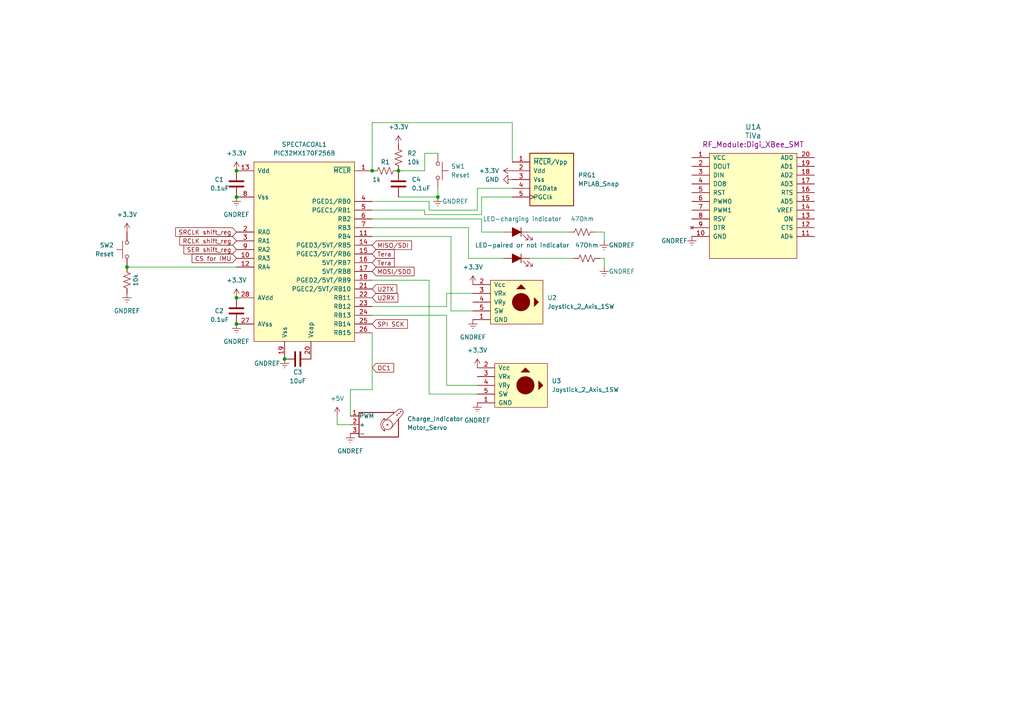
<source format=kicad_sch>
(kicad_sch (version 20230121) (generator eeschema)
  (paper "A4")
  (lib_symbols
    (symbol "ME218_BaseLib:Cap" (pin_numbers hide) (pin_names (offset 0.254))
      (property "Reference" "C" (at 0.635 2.54 0))
      (property "Value" "Cap" (at 0.635 -2.54 0))
      (symbol "Cap_0_1"
        (polyline (pts (xy -2.032 -0.762) (xy 2.032 -0.762)) (stroke (width 0.508)))
        (polyline (pts (xy -2.032 0.762) (xy 2.032 0.762)) (stroke (width 0.508)))
      )
      (symbol "Cap_1_1"
        (pin passive line (at 0 3.81 270) (length 2.794) (name "~") (number "1"))
        (pin passive line (at 0 -3.81 90) (length 2.794) (name "~") (number "2"))
      )
    )
    (symbol "ME218_BaseLib:Joystick_2_Axis_1SW" (pin_names (offset 1.016))
      (property "Reference" "U" (at -7.62 6.35 0))
      (property "Value" "Joystick_2_Axis_1SW" (at -1.27 -8.89 0))
      (symbol "Joystick_2_Axis_1SW_0_1"
        (rectangle (start -8.89 5.08) (end 6.35 -7.62) (fill (type background)))
        (circle (center 0 -1.27) (radius 2.54) (fill (type outline)))
        (polyline (pts (xy 0 2.54) (xy -1.27 2.54) (xy 0 3.81) (xy 1.27 2.54) (xy 0 2.54)) (fill (type outline)))
        (polyline (pts (xy 3.81 -1.27) (xy 3.81 0) (xy 5.08 -1.27) (xy 3.81 -2.54) (xy 3.81 -1.27)) (fill (type outline)))
      )
      (symbol "Joystick_2_Axis_1SW_1_1"
        (pin power_in line (at -13.97 -6.35 0) (length 5.08) (name "GND") (number "1"))
        (pin power_in line (at -13.97 3.81 0) (length 5.08) (name "Vcc") (number "2"))
        (pin input line (at -13.97 1.27 0) (length 5.08) (name "VRx") (number "3"))
        (pin input line (at -13.97 -1.27 0) (length 5.08) (name "VRy") (number "4"))
        (pin input line (at -13.97 -3.81 0) (length 5.08) (name "SW") (number "5"))
      )
    )
    (symbol "ME218_BaseLib:LED" (pin_numbers hide) (pin_names (offset 1.016) hide)
      (property "Reference" "D" (at 0 2.54 0))
      (property "Value" "LED" (at 0 -2.54 0))
      (symbol "LED_0_1"
        (polyline (pts (xy -1.27 -1.27) (xy -1.27 1.27)) (stroke (width 0.2032)))
        (polyline (pts (xy -1.27 0) (xy 1.27 0)))
        (polyline (pts (xy 1.27 -1.27) (xy 1.27 1.27) (xy -1.27 0) (xy 1.27 -1.27)) (stroke (width 0.2032)) (fill (type outline)))
        (polyline (pts (xy -3.048 -0.762) (xy -4.572 -2.286) (xy -3.81 -2.286) (xy -4.572 -2.286) (xy -4.572 -1.524)))
        (polyline (pts (xy -1.778 -0.762) (xy -3.302 -2.286) (xy -2.54 -2.286) (xy -3.302 -2.286) (xy -3.302 -1.524)))
      )
      (symbol "LED_1_1"
        (pin passive line (at -3.81 0 0) (length 2.54) (name "K") (number "1"))
        (pin passive line (at 3.81 0 180) (length 2.54) (name "A") (number "2"))
      )
    )
    (symbol "ME218_BaseLib:MPLAB_Snap" (pin_names (offset 1.016))
      (property "Reference" "PRG" (at 0 8.89 0))
      (property "Value" "MPLAB_Snap" (at 8.89 1.27 90))
      (symbol "MPLAB_Snap_0_1"
        (rectangle (start -6.35 7.62) (end 6.35 -7.62) (stroke (width 0.254)) (fill (type background)))
      )
      (symbol "MPLAB_Snap_1_1"
        (pin output line (at -11.43 5.08 0) (length 5.08) (name "~{MCLR}/Vpp") (number "1"))
        (pin input line (at -11.43 2.54 0) (length 5.08) (name "Vdd") (number "2"))
        (pin input line (at -11.43 0 0) (length 5.08) (name "Vss") (number "3"))
        (pin bidirectional line (at -11.43 -2.54 0) (length 5.08) (name "PGData") (number "4"))
        (pin output clock (at -11.43 -5.08 0) (length 5.08) (name "PGClk") (number "5"))
        (pin no_connect line (at -2.54 -11.43 0) (length 5.08) hide (name "NC") (number "6"))
        (pin no_connect line (at -2.54 -13.97 0) (length 5.08) hide (name "NC") (number "7"))
        (pin no_connect line (at -2.54 -16.51 0) (length 5.08) hide (name "NC") (number "8"))
      )
    )
    (symbol "ME218_BaseLib:Motor_Servo" (pin_names (offset 0.0254))
      (property "Reference" "M" (at -5.08 4.445 0))
      (property "Value" "Motor_Servo" (at -5.08 -4.064 0))
      (symbol "Motor_Servo_0_1"
        (polyline (pts (xy 2.413 -1.778) (xy 2.032 -1.778)))
        (polyline (pts (xy 2.413 -1.778) (xy 2.286 -1.397)))
        (polyline (pts (xy 2.413 1.778) (xy 1.905 1.778)))
        (polyline (pts (xy 2.413 1.778) (xy 2.286 1.397)))
        (polyline (pts (xy 6.35 4.445) (xy 2.54 1.27)))
        (polyline (pts (xy 7.62 3.175) (xy 4.191 -1.016)))
        (polyline (pts (xy 5.08 3.556) (xy -5.08 3.556) (xy -5.08 -3.556) (xy 6.35 -3.556) (xy 6.35 1.524)) (stroke (width 0.254)))
        (arc (start 2.413 1.778) (mid 1.2406 0) (end 2.413 -1.778))
        (circle (center 3.175 0) (radius 0.1778))
        (circle (center 3.175 0) (radius 1.4224))
        (circle (center 5.969 2.794) (radius 0.127))
        (circle (center 6.477 3.302) (radius 0.127))
        (circle (center 6.985 3.81) (radius 0.127))
        (arc (start 7.62 3.175) (mid 7.4485 4.2735) (end 6.35 4.445))
      )
      (symbol "Motor_Servo_1_1"
        (pin passive line (at -7.62 2.54 0) (length 2.54) (name "PWM") (number "1"))
        (pin passive line (at -7.62 0 0) (length 2.54) (name "+") (number "2"))
        (pin passive line (at -7.62 -2.54 0) (length 2.54) (name "-") (number "3"))
      )
    )
    (symbol "ME218_BaseLib:PIC32MX170F256B" (pin_names (offset 1.016))
      (property "Reference" "U" (at -20.32 25.4 0))
      (property "Value" "PIC32MX170F256B" (at -7.62 25.4 0))
      (symbol "PIC32MX170F256B_0_1"
        (rectangle (start -21.59 24.13) (end 7.62 -27.94) (fill (type background)))
      )
      (symbol "PIC32MX170F256B_1_1"
        (pin input line (at 12.7 21.59 180) (length 5.08) (name "~{MCLR}") (number "1"))
        (pin bidirectional line (at -26.67 -3.81 0) (length 5.08) (name "RA3") (number "10"))
        (pin bidirectional line (at 12.7 2.54 180) (length 5.08) (name "RB4") (number "11"))
        (pin bidirectional line (at -26.67 -6.35 0) (length 5.08) (name "RA4") (number "12"))
        (pin power_in line (at -26.67 21.59 0) (length 5.08) (name "Vdd") (number "13"))
        (pin bidirectional line (at 12.7 0 180) (length 5.08) (name "PGED3/5VT/RB5") (number "14"))
        (pin bidirectional line (at 12.7 -2.54 180) (length 5.08) (name "PGEC3/5VT/RB6") (number "15"))
        (pin bidirectional line (at 12.7 -5.08 180) (length 5.08) (name "5VT/RB7") (number "16"))
        (pin bidirectional line (at 12.7 -7.62 180) (length 5.08) (name "5VT/RB8") (number "17"))
        (pin bidirectional line (at 12.7 -10.16 180) (length 5.08) (name "PGED2/5VT/RB9") (number "18"))
        (pin power_in line (at -12.7 -33.02 90) (length 5.08) (name "Vss") (number "19"))
        (pin bidirectional line (at -26.67 3.81 0) (length 5.08) (name "RA0") (number "2"))
        (pin input line (at -5.08 -33.02 90) (length 5.08) (name "Vcap") (number "20"))
        (pin bidirectional line (at 12.7 -12.7 180) (length 5.08) (name "PGEC2/5VT/RB10") (number "21"))
        (pin bidirectional line (at 12.7 -15.24 180) (length 5.08) (name "RB11") (number "22"))
        (pin bidirectional line (at 12.7 -17.78 180) (length 5.08) (name "RB12") (number "23"))
        (pin bidirectional line (at 12.7 -20.32 180) (length 5.08) (name "RB13") (number "24"))
        (pin bidirectional line (at 12.7 -22.86 180) (length 5.08) (name "RB14") (number "25"))
        (pin bidirectional line (at 12.7 -25.4 180) (length 5.08) (name "RB15") (number "26"))
        (pin power_in line (at -26.67 -22.86 0) (length 5.08) (name "AVss") (number "27"))
        (pin power_in line (at -26.67 -15.24 0) (length 5.08) (name "AVdd") (number "28"))
        (pin bidirectional line (at -26.67 1.27 0) (length 5.08) (name "RA1") (number "3"))
        (pin bidirectional line (at 12.7 12.7 180) (length 5.08) (name "PGED1/RB0") (number "4"))
        (pin bidirectional line (at 12.7 10.16 180) (length 5.08) (name "PGEC1/RB1") (number "5"))
        (pin bidirectional line (at 12.7 7.62 180) (length 5.08) (name "RB2") (number "6"))
        (pin bidirectional line (at 12.7 5.08 180) (length 5.08) (name "RB3") (number "7"))
        (pin power_in line (at -26.67 13.97 0) (length 5.08) (name "Vss") (number "8"))
        (pin bidirectional line (at -26.67 -1.27 0) (length 5.08) (name "RA2") (number "9"))
      )
    )
    (symbol "ME218_BaseLib:Res1" (pin_numbers hide) (pin_names (offset 0))
      (property "Reference" "R" (at 2.54 0 90))
      (property "Value" "Res1" (at -2.54 0 90))
      (symbol "Res1_0_1"
        (polyline (pts (xy 0 -2.286) (xy 0 -2.54)))
        (polyline (pts (xy 0 2.286) (xy 0 2.54)))
        (polyline (pts (xy 0 -0.762) (xy 1.016 -1.143) (xy 0 -1.524) (xy -1.016 -1.905) (xy 0 -2.286)))
        (polyline (pts (xy 0 0.762) (xy 1.016 0.381) (xy 0 0) (xy -1.016 -0.381) (xy 0 -0.762)))
        (polyline (pts (xy 0 2.286) (xy 1.016 1.905) (xy 0 1.524) (xy -1.016 1.143) (xy 0 0.762)))
      )
      (symbol "Res1_1_1"
        (pin passive line (at 0 3.81 270) (length 1.27) (name "~") (number "1"))
        (pin passive line (at 0 -3.81 90) (length 1.27) (name "~") (number "2"))
      )
    )
    (symbol "ME218_BaseLib:SW-PB" (pin_numbers hide) (pin_names (offset 1.016) hide)
      (property "Reference" "SW" (at 1.27 2.54 0))
      (property "Value" "SW-PB" (at 0 -1.524 0))
      (symbol "SW-PB_0_1"
        (circle (center -2.032 0) (radius 0.508))
        (polyline (pts (xy 0 1.27) (xy 0 3.048)))
        (polyline (pts (xy 2.54 1.27) (xy -2.54 1.27)))
        (circle (center 2.032 0) (radius 0.508))
        (pin passive line (at -5.08 0 0) (length 2.54) (name "1") (number "1"))
        (pin passive line (at 5.08 0 180) (length 2.54) (name "2") (number "2"))
      )
    )
    (symbol "TiVa_1" (pin_names (offset 1.016))
      (property "Reference" "U3" (at 0 24.13 0))
      (property "Value" "TiVa" (at 0 21.59 0))
      (property "Footprint" "RF_Module:Digi_XBee_SMT" (at 0 19.05 0))
      (symbol "TiVa_1_0_1"
        (rectangle (start -12.7 16.51) (end 12.7 -13.97) (fill (type background)))
      )
      (symbol "TiVa_1_1_1"
        (pin tri_state line (at -17.78 15.24 0) (length 5.08) (name "VCC") (number "1"))
        (pin power_out line (at -17.78 -7.62 0) (length 5.08) (name "GND") (number "10"))
        (pin tri_state line (at 17.78 -7.62 180) (length 5.08) (name "AD4") (number "11"))
        (pin tri_state line (at 17.78 -5.08 180) (length 5.08) (name "CTS") (number "12"))
        (pin tri_state line (at 17.78 -2.54 180) (length 5.08) (name "ON") (number "13"))
        (pin tri_state line (at 17.78 0 180) (length 5.08) (name "VREF") (number "14"))
        (pin tri_state line (at 17.78 2.54 180) (length 5.08) (name "AD5") (number "15"))
        (pin tri_state line (at 17.78 5.08 180) (length 5.08) (name "RTS") (number "16"))
        (pin tri_state line (at 17.78 7.62 180) (length 5.08) (name "AD3") (number "17"))
        (pin tri_state line (at 17.78 10.16 180) (length 5.08) (name "AD2") (number "18"))
        (pin tri_state line (at 17.78 12.7 180) (length 5.08) (name "AD1") (number "19"))
        (pin tri_state line (at -17.78 12.7 0) (length 5.08) (name "DOUT") (number "2"))
        (pin tri_state line (at 17.78 15.24 180) (length 5.08) (name "AD0") (number "20"))
        (pin tri_state line (at -17.78 10.16 0) (length 5.08) (name "DIN") (number "3"))
        (pin tri_state line (at -17.78 7.62 0) (length 5.08) (name "DO8") (number "4"))
        (pin tri_state line (at -17.78 5.08 0) (length 5.08) (name "RST") (number "5"))
        (pin tri_state line (at -17.78 2.54 0) (length 5.08) (name "PWM0") (number "6"))
        (pin tri_state line (at -17.78 0 0) (length 5.08) (name "PWM1") (number "7"))
        (pin tri_state line (at -17.78 -2.54 0) (length 5.08) (name "RSV") (number "8"))
        (pin no_connect line (at -17.78 -5.08 0) (length 5.08) (name "DTR") (number "9"))
      )
      (symbol "TiVa_1_2_1"
        (pin no_connect line (at -17.78 15.24 0) (length 5.08) (name "NC") (number "1"))
        (pin power_out line (at -17.78 -7.62 0) (length 5.08) (name "PF3") (number "10"))
        (pin tri_state line (at -17.78 -10.16 0) (length 5.08) (name "PF2") (number "11"))
        (pin no_connect line (at -17.78 -12.7 0) (length 5.08) (name "NC") (number "12"))
        (pin no_connect line (at 17.78 -12.7 180) (length 5.08) (name "NC") (number "13"))
        (pin tri_state line (at 17.78 -10.16 180) (length 5.08) (name "PF1") (number "14"))
        (pin tri_state line (at 17.78 -7.62 180) (length 5.08) (name "PF0") (number "15"))
        (pin tri_state line (at 17.78 -5.08 180) (length 5.08) (name "PD7") (number "16"))
        (pin tri_state line (at 17.78 -2.54 180) (length 5.08) (name "PD6") (number "17"))
        (pin no_connect line (at 17.78 0 180) (length 5.08) (name "NC") (number "18"))
        (pin no_connect line (at 17.78 2.54 180) (length 5.08) (name "NC") (number "19"))
        (pin power_in line (at -17.78 12.7 0) (length 5.08) (name "GND") (number "2"))
        (pin no_connect line (at 17.78 15.24 180) (length 5.08) (name "NC") (number "20"))
        (pin tri_state line (at 17.78 5.08 180) (length 5.08) (name "PD3") (number "20"))
        (pin tri_state line (at 17.78 7.62 180) (length 5.08) (name "PD2") (number "21"))
        (pin tri_state line (at 17.78 10.16 180) (length 5.08) (name "PD1") (number "22"))
        (pin tri_state line (at 17.78 12.7 180) (length 5.08) (name "PD0") (number "23"))
        (pin tri_state line (at -17.78 10.16 0) (length 5.08) (name "PE0") (number "3"))
        (pin tri_state line (at -17.78 7.62 0) (length 5.08) (name "PE1") (number "4"))
        (pin tri_state line (at -17.78 5.08 0) (length 5.08) (name "PE2") (number "5"))
        (pin tri_state line (at -17.78 2.54 0) (length 5.08) (name "PE3") (number "6"))
        (pin tri_state line (at -17.78 0 0) (length 5.08) (name "PE4") (number "7"))
        (pin tri_state line (at -17.78 -2.54 0) (length 5.08) (name "PE5") (number "8"))
        (pin tri_state line (at -17.78 -5.08 0) (length 5.08) (name "PF4") (number "9"))
      )
    )
    (symbol "power:+3.3V" (power) (pin_names (offset 0))
      (property "Value" "+3.3V" (at 0 3.556 0))
      (symbol "+3.3V_0_1"
        (polyline (pts (xy -0.762 1.27) (xy 0 2.54)))
        (polyline (pts (xy 0 0) (xy 0 2.54)))
        (polyline (pts (xy 0 2.54) (xy 0.762 1.27)))
      )
      (symbol "+3.3V_1_1"
        (pin power_in line (at 0 0 90) (length 0) hide (name "+3.3V") (number "1"))
      )
    )
    (symbol "power:+5V" (power) (pin_names (offset 0))
      (property "Value" "+5V" (at 0 3.556 0))
      (symbol "+5V_0_1"
        (polyline (pts (xy -0.762 1.27) (xy 0 2.54)))
        (polyline (pts (xy 0 0) (xy 0 2.54)))
        (polyline (pts (xy 0 2.54) (xy 0.762 1.27)))
      )
      (symbol "+5V_1_1"
        (pin power_in line (at 0 0 90) (length 0) hide (name "+5V") (number "1"))
      )
    )
    (symbol "power:GND" (power) (pin_names (offset 0))
      (property "Value" "GND" (at 0 -3.81 0))
      (symbol "GND_0_1"
        (polyline (pts (xy 0 0) (xy 0 -1.27) (xy 1.27 -1.27) (xy 0 -2.54) (xy -1.27 -1.27) (xy 0 -1.27)))
      )
      (symbol "GND_1_1"
        (pin power_in line (at 0 0 270) (length 0) hide (name "GND") (number "1"))
      )
    )
    (symbol "power:GNDREF" (power) (pin_names (offset 0))
      (property "Value" "GNDREF" (at 0 -3.81 0))
      (symbol "GNDREF_0_1"
        (polyline (pts (xy -0.635 -1.905) (xy 0.635 -1.905)))
        (polyline (pts (xy -0.127 -2.54) (xy 0.127 -2.54)))
        (polyline (pts (xy 0 -1.27) (xy 0 0)))
        (polyline (pts (xy 1.27 -1.27) (xy -1.27 -1.27)))
      )
      (symbol "GNDREF_1_1"
        (pin power_in line (at 0 0 270) (length 0) hide (name "GNDREF") (number "1"))
      )
    )
  )
  (junction (at 68.58 86.36))
  (junction (at 107.95 49.53))
  (junction (at 68.58 93.98))
  (junction (at 68.58 57.15))
  (junction (at 82.55 104.14))
  (junction (at 36.83 77.47))
  (junction (at 68.58 49.53))
  (junction (at 127 57.15))
  (junction (at 115.57 49.53))
  (wire (pts (xy 129.54 91.44) (xy 129.54 111.76)))
  (wire (pts (xy 139.7 62.23) (xy 139.7 57.15)))
  (wire (pts (xy 138.43 114.3) (xy 124.46 114.3)))
  (wire (pts (xy 101.6 113.03) (xy 101.6 120.65)))
  (wire (pts (xy 115.57 49.53) (xy 123.19 49.53)))
  (wire (pts (xy 107.95 88.9) (xy 129.54 88.9)))
  (wire (pts (xy 124.46 58.42) (xy 124.46 60.96)))
  (wire (pts (xy 124.46 81.28) (xy 107.95 81.28)))
  (wire (pts (xy 36.83 77.47) (xy 68.58 77.47)))
  (wire (pts (xy 166.37 74.93) (xy 153.67 74.93)))
  (wire (pts (xy 107.95 35.56) (xy 148.59 35.56)))
  (wire (pts (xy 139.7 67.31) (xy 139.7 63.5)))
  (wire (pts (xy 135.89 74.93) (xy 146.05 74.93)))
  (wire (pts (xy 146.05 67.31) (xy 139.7 67.31)))
  (wire (pts (xy 135.89 66.04) (xy 135.89 74.93)))
  (wire (pts (xy 130.81 68.58) (xy 107.95 68.58)))
  (wire (pts (xy 107.95 60.96) (xy 123.19 60.96)))
  (wire (pts (xy 129.54 85.09) (xy 137.16 85.09)))
  (wire (pts (xy 124.46 114.3) (xy 124.46 81.28)))
  (wire (pts (xy 124.46 60.96) (xy 138.43 60.96)))
  (wire (pts (xy 138.43 60.96) (xy 138.43 54.61)))
  (wire (pts (xy 175.26 67.31) (xy 172.72 67.31)))
  (wire (pts (xy 107.95 91.44) (xy 129.54 91.44)))
  (wire (pts (xy 137.16 90.17) (xy 130.81 90.17)))
  (wire (pts (xy 127 54.61) (xy 127 57.15)))
  (wire (pts (xy 175.26 74.93) (xy 173.99 74.93)))
  (wire (pts (xy 123.19 60.96) (xy 123.19 62.23)))
  (wire (pts (xy 139.7 63.5) (xy 107.95 63.5)))
  (wire (pts (xy 123.19 44.45) (xy 127 44.45)))
  (wire (pts (xy 130.81 90.17) (xy 130.81 68.58)))
  (wire (pts (xy 107.95 66.04) (xy 135.89 66.04)))
  (wire (pts (xy 139.7 57.15) (xy 148.59 57.15)))
  (wire (pts (xy 115.57 57.15) (xy 127 57.15)))
  (wire (pts (xy 107.95 113.03) (xy 101.6 113.03)))
  (wire (pts (xy 97.79 123.19) (xy 101.6 123.19)))
  (wire (pts (xy 107.95 96.52) (xy 107.95 113.03)))
  (wire (pts (xy 123.19 49.53) (xy 123.19 44.45)))
  (wire (pts (xy 107.95 49.53) (xy 107.95 35.56)))
  (wire (pts (xy 148.59 35.56) (xy 148.59 46.99)))
  (wire (pts (xy 175.26 67.31) (xy 175.26 69.85)))
  (wire (pts (xy 123.19 62.23) (xy 139.7 62.23)))
  (wire (pts (xy 107.95 58.42) (xy 124.46 58.42)))
  (wire (pts (xy 97.79 120.65) (xy 97.79 123.19)))
  (wire (pts (xy 129.54 111.76) (xy 138.43 111.76)))
  (wire (pts (xy 138.43 54.61) (xy 148.59 54.61)))
  (wire (pts (xy 165.1 67.31) (xy 153.67 67.31)))
  (wire (pts (xy 175.26 74.93) (xy 175.26 77.47)))
  (wire (pts (xy 129.54 88.9) (xy 129.54 85.09)))
  (global_label "OC1" (shape input) (at 107.95 106.68 0) (property "Intersheetrefs" "${INTERSHEET_REFS}" (effects hide)))
  (global_label "CS for IMU" (shape input) (at 68.58 74.93 180) (property "Intersheetrefs" "${INTERSHEET_REFS}" (effects hide)))
  (global_label "SER shift_reg" (shape input) (at 68.58 72.39 180) (property "Intersheetrefs" "${INTERSHEET_REFS}" (effects hide)))
  (global_label "Tera" (shape input) (at 107.95 76.2 0) (property "Intersheetrefs" "${INTERSHEET_REFS}" (effects hide)))
  (global_label "SPI SCK" (shape input) (at 107.95 93.98 0) (property "Intersheetrefs" "${INTERSHEET_REFS}" (effects hide)))
  (global_label "SRCLK shift_reg" (shape input) (at 68.58 67.31 180) (property "Intersheetrefs" "${INTERSHEET_REFS}" (effects hide)))
  (global_label "RCLK shift_reg" (shape input) (at 68.58 69.85 180) (property "Intersheetrefs" "${INTERSHEET_REFS}" (effects hide)))
  (global_label "U2TX" (shape input) (at 107.95 83.82 0) (property "Intersheetrefs" "${INTERSHEET_REFS}" (effects hide)))
  (global_label "U2RX" (shape input) (at 107.95 86.36 0) (property "Intersheetrefs" "${INTERSHEET_REFS}" (effects hide)))
  (global_label "Tera" (shape input) (at 107.95 73.66 0) (property "Intersheetrefs" "${INTERSHEET_REFS}" (effects hide)))
  (global_label "MISO{slash}SDI" (shape input) (at 107.95 71.12 0) (property "Intersheetrefs" "${INTERSHEET_REFS}" (effects hide)))
  (global_label "MOSI{slash}SDO" (shape input) (at 107.95 78.74 0) (property "Intersheetrefs" "${INTERSHEET_REFS}" (effects hide)))
  (symbol (lib_id "power:+5V") (at 97.79 120.65 0) (unit 1)
    (property "Reference" "#PWR015" (effects hide))
    (property "Value" "+5V" (at 97.79 115.57 0))
  )
  (symbol (lib_id "ME218_BaseLib:PIC32MX170F256B") (at 95.25 71.12 0) (unit 1)
    (property "Reference" "SPECTACOAL1" (at 88.265 41.91 0))
    (property "Value" "PIC32MX170F256B" (at 88.265 44.45 0))
  )
  (symbol (lib_id "ME218_BaseLib:LED") (at 149.86 67.31 0) (mirror y) (unit 1)
    (property "Reference" "D1" (effects hide))
    (property "Value" "LED-charging indicator" (at 151.4602 63.5 0))
  )
  (symbol (lib_id "power:+3.3V") (at 138.43 106.68 0) (unit 1)
    (property "Reference" "#PWR013" (effects hide))
    (property "Value" "+3.3V" (at 138.43 101.6 0))
  )
  (symbol (lib_id "power:+3.3V") (at 68.58 86.36 0) (unit 1)
    (property "Reference" "#PWR03" (effects hide))
    (property "Value" "+3.3V" (at 68.58 81.28 0))
  )
  (symbol (lib_id "ME218_BaseLib:Joystick_2_Axis_1SW") (at 152.4 110.49 0) (unit 1)
    (property "Reference" "U3" (at 160.02 110.49 0) (effects (justify left)))
    (property "Value" "Joystick_2_Axis_1SW" (at 160.02 113.03 0) (effects (justify left)))
  )
  (symbol (lib_name "TiVa_1") (lib_id "ME218_BaseLib:TiVa") (at 218.44 60.96 0) (unit 1)
    (property "Reference" "U1" (at 218.44 36.83 0) (effects (font (size 1.524 1.524))))
    (property "Value" "TiVa" (at 218.44 39.37 0) (effects (font (size 1.524 1.524))))
    (property "Footprint" "RF_Module:Digi_XBee_SMT" (at 218.44 41.91 0) (effects (font (size 1.524 1.524))))
  )
  (symbol (lib_id "ME218_BaseLib:Res1") (at 36.83 81.28 180) (unit 1)
    (property "Reference" "R3" (effects hide))
    (property "Value" "10k" (at 39.37 81.28 90))
  )
  (symbol (lib_id "ME218_BaseLib:Motor_Servo") (at 109.22 123.19 0) (unit 1)
    (property "Reference" "Charge_Indicator" (at 118.11 121.4866 0) (effects (justify left)))
    (property "Value" "Motor_Servo" (at 118.11 124.0266 0) (effects (justify left)))
  )
  (symbol (lib_id "power:GND") (at 148.59 52.07 270) (unit 1)
    (property "Reference" "#PWR09" (effects hide))
    (property "Value" "GND" (at 144.78 52.07 90) (effects (justify right)))
  )
  (symbol (lib_id "ME218_BaseLib:Res1") (at 115.57 45.72 0) (unit 1)
    (property "Reference" "R2" (at 118.11 44.45 0) (effects (justify left)))
    (property "Value" "10k" (at 118.11 46.99 0) (effects (justify left)))
  )
  (symbol (lib_id "power:GNDREF") (at 82.55 104.14 0) (unit 1)
    (property "Reference" "#PWR05" (effects hide))
    (property "Value" "GNDREF" (at 77.47 105.41 0))
  )
  (symbol (lib_id "ME218_BaseLib:Res1") (at 168.91 67.31 90) (unit 1)
    (property "Reference" "R4" (effects hide))
    (property "Value" "47Ohm" (at 168.91 63.5 90))
  )
  (symbol (lib_id "ME218_BaseLib:Cap") (at 86.36 104.14 90) (unit 1)
    (property "Reference" "C3" (at 86.36 107.95 90))
    (property "Value" "10uF" (at 86.36 110.49 90))
  )
  (symbol (lib_id "power:GNDREF") (at 127 57.15 0) (unit 1)
    (property "Reference" "#PWR07" (effects hide))
    (property "Value" "GNDREF" (at 132.08 58.42 0))
  )
  (symbol (lib_id "power:GNDREF") (at 36.83 85.09 0) (unit 1)
    (property "Reference" "#PWR018" (effects hide))
    (property "Value" "GNDREF" (at 36.83 90.17 0))
  )
  (symbol (lib_id "ME218_BaseLib:Cap") (at 68.58 53.34 0) (unit 1)
    (property "Reference" "C1" (at 62.23 52.07 0) (effects (justify left)))
    (property "Value" "0.1uF" (at 60.96 54.61 0) (effects (justify left)))
  )
  (symbol (lib_id "power:+3.3V") (at 68.58 49.53 0) (unit 1)
    (property "Reference" "#PWR01" (effects hide))
    (property "Value" "+3.3V" (at 68.58 44.45 0))
  )
  (symbol (lib_id "power:GNDREF") (at 175.26 69.85 0) (unit 1)
    (property "Reference" "#PWR020" (effects hide))
    (property "Value" "GNDREF" (at 180.34 71.12 0))
  )
  (symbol (lib_id "power:GNDREF") (at 138.43 116.84 0) (unit 1)
    (property "Reference" "#PWR014" (effects hide))
    (property "Value" "GNDREF" (at 138.43 121.92 0))
  )
  (symbol (lib_id "ME218_BaseLib:SW-PB") (at 127 49.53 270) (unit 1)
    (property "Reference" "SW1" (at 130.81 48.26 90) (effects (justify left)))
    (property "Value" "Reset" (at 130.81 50.8 90) (effects (justify left)))
  )
  (symbol (lib_id "power:+3.3V") (at 115.57 41.91 0) (unit 1)
    (property "Reference" "#PWR06" (effects hide))
    (property "Value" "+3.3V" (at 115.57 36.83 0))
  )
  (symbol (lib_id "power:GNDREF") (at 200.66 68.58 0) (unit 1)
    (property "Reference" "#PWR010" (effects hide))
    (property "Value" "GNDREF" (at 195.58 69.85 0))
  )
  (symbol (lib_id "ME218_BaseLib:Res1") (at 170.18 74.93 90) (unit 1)
    (property "Reference" "R5" (effects hide))
    (property "Value" "47Ohm" (at 170.18 71.12 90))
  )
  (symbol (lib_id "power:+3.3V") (at 137.16 82.55 0) (unit 1)
    (property "Reference" "#PWR012" (effects hide))
    (property "Value" "+3.3V" (at 137.16 77.47 0))
  )
  (symbol (lib_id "ME218_BaseLib:Cap") (at 68.58 90.17 0) (unit 1)
    (property "Reference" "C2" (at 62.23 90.17 0) (effects (justify left)))
    (property "Value" "0.1uF" (at 60.96 92.71 0) (effects (justify left)))
  )
  (symbol (lib_id "ME218_BaseLib:Cap") (at 115.57 53.34 0) (unit 1)
    (property "Reference" "C4" (at 119.38 52.07 0) (effects (justify left)))
    (property "Value" "0.1uF" (at 119.38 54.61 0) (effects (justify left)))
  )
  (symbol (lib_id "ME218_BaseLib:LED") (at 149.86 74.93 0) (mirror y) (unit 1)
    (property "Reference" "D2" (effects hide))
    (property "Value" "LED-paired or not indicator" (at 151.4602 71.12 0))
  )
  (symbol (lib_id "power:+3.3V") (at 148.59 49.53 90) (unit 1)
    (property "Reference" "#PWR08" (effects hide))
    (property "Value" "+3.3V" (at 144.78 49.53 90) (effects (justify left)))
  )
  (symbol (lib_id "ME218_BaseLib:MPLAB_Snap") (at 160.02 52.07 0) (unit 1)
    (property "Reference" "PRG1" (at 167.64 50.8 0) (effects (justify left)))
    (property "Value" "MPLAB_Snap" (at 167.64 53.34 0) (effects (justify left)))
  )
  (symbol (lib_id "power:+3.3V") (at 36.83 67.31 0) (unit 1)
    (property "Reference" "#PWR017" (effects hide))
    (property "Value" "+3.3V" (at 36.83 62.23 0))
  )
  (symbol (lib_id "power:GNDREF") (at 175.26 77.47 0) (unit 1)
    (property "Reference" "#PWR019" (effects hide))
    (property "Value" "GNDREF" (at 180.34 78.74 0))
  )
  (symbol (lib_id "power:GNDREF") (at 101.6 125.73 0) (unit 1)
    (property "Reference" "#PWR016" (effects hide))
    (property "Value" "GNDREF" (at 101.6 130.81 0))
  )
  (symbol (lib_id "power:GNDREF") (at 68.58 93.98 0) (unit 1)
    (property "Reference" "#PWR04" (effects hide))
    (property "Value" "GNDREF" (at 68.58 99.06 0))
  )
  (symbol (lib_id "power:GNDREF") (at 68.58 57.15 0) (unit 1)
    (property "Reference" "#PWR02" (effects hide))
    (property "Value" "GNDREF" (at 68.58 62.23 0))
  )
  (symbol (lib_id "ME218_BaseLib:Res1") (at 111.76 49.53 270) (unit 1)
    (property "Reference" "R1" (at 111.76 46.99 90))
    (property "Value" "1k" (at 109.22 52.07 90))
  )
  (symbol (lib_id "ME218_BaseLib:SW-PB") (at 36.83 72.39 90) (mirror x) (unit 1)
    (property "Reference" "SW2" (at 33.02 71.12 90) (effects (justify left)))
    (property "Value" "Reset" (at 33.02 73.66 90) (effects (justify left)))
  )
  (symbol (lib_id "ME218_BaseLib:Joystick_2_Axis_1SW") (at 151.13 86.36 0) (unit 1)
    (property "Reference" "U2" (at 158.75 86.36 0) (effects (justify left)))
    (property "Value" "Joystick_2_Axis_1SW" (at 158.75 88.9 0) (effects (justify left)))
  )
  (symbol (lib_id "power:GNDREF") (at 137.16 92.71 0) (unit 1)
    (property "Reference" "#PWR011" (effects hide))
    (property "Value" "GNDREF" (at 137.16 97.79 0))
  )
)
</source>
